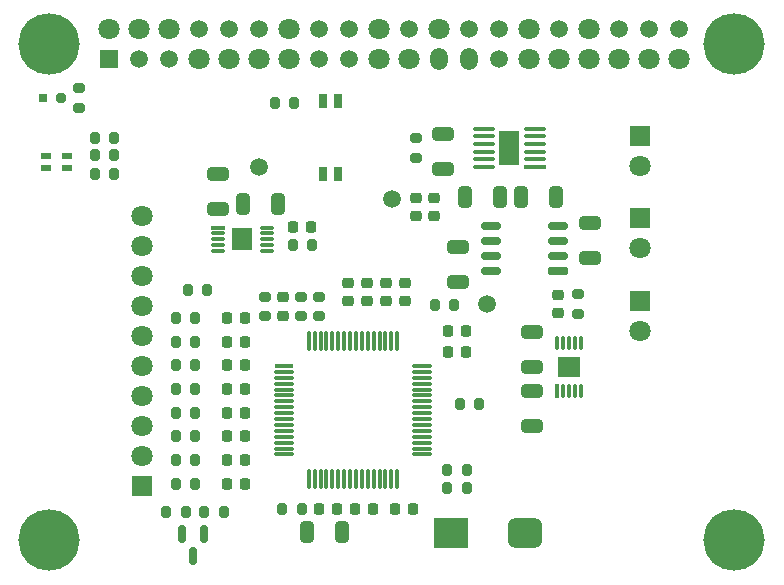
<source format=gbr>
%TF.GenerationSoftware,KiCad,Pcbnew,9.0.6*%
%TF.CreationDate,2025-12-10T21:10:52-05:00*%
%TF.ProjectId,portiloop,706f7274-696c-46f6-9f70-2e6b69636164,2.3*%
%TF.SameCoordinates,Original*%
%TF.FileFunction,Soldermask,Top*%
%TF.FilePolarity,Negative*%
%FSLAX46Y46*%
G04 Gerber Fmt 4.6, Leading zero omitted, Abs format (unit mm)*
G04 Created by KiCad (PCBNEW 9.0.6) date 2025-12-10 21:10:52*
%MOMM*%
%LPD*%
G01*
G04 APERTURE LIST*
G04 Aperture macros list*
%AMRoundRect*
0 Rectangle with rounded corners*
0 $1 Rounding radius*
0 $2 $3 $4 $5 $6 $7 $8 $9 X,Y pos of 4 corners*
0 Add a 4 corners polygon primitive as box body*
4,1,4,$2,$3,$4,$5,$6,$7,$8,$9,$2,$3,0*
0 Add four circle primitives for the rounded corners*
1,1,$1+$1,$2,$3*
1,1,$1+$1,$4,$5*
1,1,$1+$1,$6,$7*
1,1,$1+$1,$8,$9*
0 Add four rect primitives between the rounded corners*
20,1,$1+$1,$2,$3,$4,$5,0*
20,1,$1+$1,$4,$5,$6,$7,0*
20,1,$1+$1,$6,$7,$8,$9,0*
20,1,$1+$1,$8,$9,$2,$3,0*%
G04 Aperture macros list end*
%ADD10RoundRect,0.200000X0.275000X-0.200000X0.275000X0.200000X-0.275000X0.200000X-0.275000X-0.200000X0*%
%ADD11RoundRect,0.225000X-0.225000X-0.250000X0.225000X-0.250000X0.225000X0.250000X-0.225000X0.250000X0*%
%ADD12RoundRect,0.200000X-0.200000X-0.275000X0.200000X-0.275000X0.200000X0.275000X-0.200000X0.275000X0*%
%ADD13RoundRect,0.225000X0.225000X0.250000X-0.225000X0.250000X-0.225000X-0.250000X0.225000X-0.250000X0*%
%ADD14RoundRect,0.225000X0.250000X-0.225000X0.250000X0.225000X-0.250000X0.225000X-0.250000X-0.225000X0*%
%ADD15R,1.650000X0.300000*%
%ADD16RoundRect,0.049500X0.775500X-0.100500X0.775500X0.100500X-0.775500X0.100500X-0.775500X-0.100500X0*%
%ADD17RoundRect,0.049500X-0.100500X-0.775500X0.100500X-0.775500X0.100500X0.775500X-0.100500X0.775500X0*%
%ADD18C,0.600000*%
%ADD19C,5.200000*%
%ADD20RoundRect,0.250000X0.325000X0.650000X-0.325000X0.650000X-0.325000X-0.650000X0.325000X-0.650000X0*%
%ADD21C,1.500000*%
%ADD22R,1.800000X1.800000*%
%ADD23C,1.800000*%
%ADD24RoundRect,0.225000X-0.250000X0.225000X-0.250000X-0.225000X0.250000X-0.225000X0.250000X0.225000X0*%
%ADD25RoundRect,0.200000X0.200000X0.275000X-0.200000X0.275000X-0.200000X-0.275000X0.200000X-0.275000X0*%
%ADD26RoundRect,0.250000X-0.650000X0.325000X-0.650000X-0.325000X0.650000X-0.325000X0.650000X0.325000X0*%
%ADD27RoundRect,0.250000X0.650000X-0.325000X0.650000X0.325000X-0.650000X0.325000X-0.650000X-0.325000X0*%
%ADD28RoundRect,0.150000X-0.150000X0.587500X-0.150000X-0.587500X0.150000X-0.587500X0.150000X0.587500X0*%
%ADD29RoundRect,0.200000X-0.275000X0.200000X-0.275000X-0.200000X0.275000X-0.200000X0.275000X0.200000X0*%
%ADD30R,0.300000X1.240420*%
%ADD31RoundRect,0.150000X0.000010X-0.470210X0.000010X0.470210X-0.000010X0.470210X-0.000010X-0.470210X0*%
%ADD32R,1.880000X1.680000*%
%ADD33R,0.760000X1.250000*%
%ADD34RoundRect,0.250000X-0.325000X-0.650000X0.325000X-0.650000X0.325000X0.650000X-0.325000X0.650000X0*%
%ADD35R,1.840420X0.420000*%
%ADD36RoundRect,0.210000X0.710210X0.000010X-0.710210X0.000010X-0.710210X-0.000010X0.710210X-0.000010X0*%
%ADD37R,1.753000X2.947000*%
%ADD38R,2.950000X2.550000*%
%ADD39RoundRect,0.637500X0.837500X-0.637500X0.837500X0.637500X-0.837500X0.637500X-0.837500X-0.637500X0*%
%ADD40R,1.240420X0.300000*%
%ADD41RoundRect,0.150000X-0.470210X-0.000010X0.470210X-0.000010X0.470210X0.000010X-0.470210X0.000010X0*%
%ADD42R,1.680000X1.880000*%
%ADD43R,0.800000X0.800000*%
%ADD44RoundRect,0.200000X-0.200000X-0.200000X0.200000X-0.200000X0.200000X0.200000X-0.200000X0.200000X0*%
%ADD45R,0.850000X0.500000*%
%ADD46RoundRect,0.048750X-0.776250X0.276250X-0.776250X-0.276250X0.776250X-0.276250X0.776250X0.276250X0*%
%ADD47RoundRect,0.162500X-0.662500X0.162500X-0.662500X-0.162500X0.662500X-0.162500X0.662500X0.162500X0*%
%ADD48R,1.500000X1.500000*%
%ADD49O,1.500000X1.900000*%
G04 APERTURE END LIST*
D10*
%TO.C,R21*%
X95419520Y-63662510D03*
X95419520Y-62012510D03*
%TD*%
D11*
%TO.C,C16_Vcap4*%
X99969510Y-80015510D03*
X101519510Y-80015510D03*
%TD*%
D12*
%TO.C,R12*%
X84805520Y-77827510D03*
X86455520Y-77827510D03*
%TD*%
%TO.C,R30*%
X77947520Y-50043510D03*
X79597520Y-50043510D03*
%TD*%
D10*
%TO.C,R1*%
X76619510Y-46025850D03*
X76619510Y-44375850D03*
%TD*%
D13*
%TO.C,C35*%
X109392520Y-64902510D03*
X107842520Y-64902510D03*
%TD*%
D11*
%TO.C,C21*%
X89173520Y-73827510D03*
X90723520Y-73827510D03*
%TD*%
D14*
%TO.C,C6*%
X117219520Y-63391510D03*
X117219520Y-61841510D03*
%TD*%
D12*
%TO.C,R29*%
X77947520Y-51637510D03*
X79597520Y-51637510D03*
%TD*%
D15*
%TO.C,U5*%
X94001510Y-67866510D03*
D16*
X94001510Y-68366510D03*
X94001510Y-68866510D03*
X94001510Y-69366510D03*
X94001510Y-69866510D03*
X94001510Y-70366510D03*
X94001510Y-70866510D03*
X94001510Y-71366510D03*
X94001510Y-71866510D03*
X94001510Y-72366510D03*
X94001510Y-72866510D03*
X94001510Y-73366510D03*
X94001510Y-73866510D03*
X94001510Y-74366510D03*
X94001510Y-74866510D03*
X94001510Y-75366510D03*
D17*
X96076510Y-77441510D03*
X96576510Y-77441510D03*
X97076510Y-77441510D03*
X97576510Y-77441510D03*
X98076510Y-77441510D03*
X98576510Y-77441510D03*
X99076510Y-77441510D03*
X99576510Y-77441510D03*
X100076510Y-77441510D03*
X100576510Y-77441510D03*
X101076510Y-77441510D03*
X101576510Y-77441510D03*
X102076510Y-77441510D03*
X102576510Y-77441510D03*
X103076510Y-77441510D03*
X103576510Y-77441510D03*
D16*
X105651510Y-75366510D03*
X105651510Y-74866510D03*
X105651510Y-74366510D03*
X105651510Y-73866510D03*
X105651510Y-73366510D03*
X105651510Y-72866510D03*
X105651510Y-72366510D03*
X105651510Y-71866510D03*
X105651510Y-71366510D03*
X105651510Y-70866510D03*
X105651510Y-70366510D03*
X105651510Y-69866510D03*
X105651510Y-69366510D03*
X105651510Y-68866510D03*
X105651510Y-68366510D03*
X105651510Y-67866510D03*
D17*
X103576510Y-65791510D03*
X103076510Y-65791510D03*
X102576510Y-65791510D03*
X102076510Y-65791510D03*
X101576510Y-65791510D03*
X101076510Y-65791510D03*
X100576510Y-65791510D03*
X100076510Y-65791510D03*
X99576510Y-65791510D03*
X99076510Y-65791510D03*
X98576510Y-65791510D03*
X98076510Y-65791510D03*
X97576510Y-65791510D03*
X97076510Y-65791510D03*
X96576510Y-65791510D03*
X96076510Y-65791510D03*
%TD*%
D12*
%TO.C,R19*%
X84805520Y-63827510D03*
X86455520Y-63827510D03*
%TD*%
D18*
%TO.C,M2*%
X72119520Y-82637510D03*
X72705310Y-81223300D03*
X72705310Y-84051720D03*
X74119520Y-80637510D03*
D19*
X74119520Y-82637510D03*
D18*
X74119520Y-84637510D03*
X75533730Y-81223300D03*
X75533730Y-84051720D03*
X76119520Y-82637510D03*
%TD*%
D12*
%TO.C,R33*%
X85821520Y-61473510D03*
X87471520Y-61473510D03*
%TD*%
D20*
%TO.C,C10*%
X112250670Y-53528510D03*
X109300670Y-53528510D03*
%TD*%
D13*
%TO.C,C17*%
X98470520Y-80015510D03*
X96920520Y-80015510D03*
%TD*%
D21*
%TO.C,TP3*%
X91853520Y-51059510D03*
%TD*%
D13*
%TO.C,C34*%
X109392520Y-66680510D03*
X107842520Y-66680510D03*
%TD*%
D12*
%TO.C,R14*%
X84805520Y-73827510D03*
X86455520Y-73827510D03*
%TD*%
D10*
%TO.C,R3*%
X118904520Y-63441510D03*
X118904520Y-61791510D03*
%TD*%
D22*
%TO.C,JMP1-R1*%
X124097990Y-48364340D03*
D23*
X124097990Y-50904340D03*
%TD*%
D24*
%TO.C,C27*%
X93919520Y-62062510D03*
X93919520Y-63612510D03*
%TD*%
D25*
%TO.C,R9*%
X109444510Y-78237510D03*
X107794510Y-78237510D03*
%TD*%
D26*
%TO.C,C1*%
X88419510Y-51616510D03*
X88419510Y-54566510D03*
%TD*%
D25*
%TO.C,R6*%
X88876520Y-80229010D03*
X87226520Y-80229010D03*
%TD*%
D27*
%TO.C,C5*%
X114967520Y-67948510D03*
X114967520Y-64998510D03*
%TD*%
D12*
%TO.C,R27*%
X93187520Y-45598510D03*
X94837520Y-45598510D03*
%TD*%
D28*
%TO.C,Q1*%
X87251520Y-82129010D03*
X85351520Y-82129010D03*
X86301520Y-84004010D03*
%TD*%
D29*
%TO.C,R4*%
X105188520Y-48583510D03*
X105188520Y-50233510D03*
%TD*%
D21*
%TO.C,TP1*%
X103156520Y-53737510D03*
%TD*%
D27*
%TO.C,C8*%
X108744520Y-60789510D03*
X108744520Y-57839510D03*
%TD*%
D18*
%TO.C,M4*%
X72119520Y-40637510D03*
X72705310Y-39223300D03*
X72705310Y-42051720D03*
X74119520Y-38637510D03*
D19*
X74119520Y-40637510D03*
D18*
X74119520Y-42637510D03*
X75533730Y-39223300D03*
X75533730Y-42051720D03*
X76119520Y-40637510D03*
%TD*%
D12*
%TO.C,R2*%
X94711520Y-57663510D03*
X96361520Y-57663510D03*
%TD*%
%TO.C,R18*%
X84805520Y-65827510D03*
X86455520Y-65827510D03*
%TD*%
D30*
%TO.C,U2*%
X117119520Y-70010360D03*
D31*
X117619520Y-70010360D03*
X118119520Y-70010360D03*
X118619520Y-70010360D03*
X119119520Y-70010360D03*
X119119520Y-65890660D03*
X118619520Y-65890660D03*
X118119520Y-65890660D03*
X117619520Y-65890660D03*
X117119520Y-65890660D03*
D32*
X118119520Y-67950510D03*
%TD*%
D27*
%TO.C,C4*%
X114967520Y-72981510D03*
X114967520Y-70031510D03*
%TD*%
D11*
%TO.C,C26*%
X89173520Y-63827510D03*
X90723520Y-63827510D03*
%TD*%
D29*
%TO.C,R20*%
X92361520Y-62012510D03*
X92361520Y-63662510D03*
%TD*%
D11*
%TO.C,C22*%
X89173520Y-71827510D03*
X90723520Y-71827510D03*
%TD*%
D33*
%TO.C,SW1*%
X97314520Y-51594510D03*
X98584520Y-51594510D03*
X98584520Y-45444510D03*
X97314520Y-45444510D03*
%TD*%
D24*
%TO.C,C31*%
X99419510Y-60825850D03*
X99419510Y-62375850D03*
%TD*%
D12*
%TO.C,R8*%
X108876520Y-71066510D03*
X110526520Y-71066510D03*
%TD*%
D34*
%TO.C,C2*%
X90505520Y-54137510D03*
X93455520Y-54137510D03*
%TD*%
D25*
%TO.C,R22*%
X108419510Y-62700850D03*
X106769510Y-62700850D03*
%TD*%
D22*
%TO.C,JMP2-R1*%
X124097990Y-55364340D03*
D23*
X124097990Y-57904340D03*
%TD*%
D26*
%TO.C,C7*%
X119920520Y-55807510D03*
X119920520Y-58757510D03*
%TD*%
D13*
%TO.C,C14_Vcap2*%
X104947520Y-80015510D03*
X103397520Y-80015510D03*
%TD*%
D34*
%TO.C,C18*%
X95966520Y-81920510D03*
X98916520Y-81920510D03*
%TD*%
D35*
%TO.C,U4*%
X115222370Y-51033510D03*
D36*
X115222370Y-50383510D03*
X115222370Y-49733510D03*
X115222370Y-49083510D03*
X115222370Y-48433510D03*
X115222370Y-47783510D03*
X110902670Y-47783510D03*
X110902670Y-48433510D03*
X110902670Y-49083510D03*
X110902670Y-49733510D03*
X110902670Y-50383510D03*
X110902670Y-51033510D03*
D37*
X113062520Y-49408510D03*
%TD*%
D18*
%TO.C,M3*%
X130119520Y-40637510D03*
X130705310Y-39223300D03*
X130705310Y-42051720D03*
X132119520Y-38637510D03*
D19*
X132119520Y-40637510D03*
D18*
X132119520Y-42637510D03*
X133533730Y-39223300D03*
X133533730Y-42051720D03*
X134119520Y-40637510D03*
%TD*%
D11*
%TO.C,C20*%
X89173520Y-75827510D03*
X90723520Y-75827510D03*
%TD*%
%TO.C,C23*%
X89173520Y-69827510D03*
X90723520Y-69827510D03*
%TD*%
D34*
%TO.C,C9*%
X114069510Y-53528510D03*
X117019510Y-53528510D03*
%TD*%
D38*
%TO.C,C15_Vcap1*%
X108159520Y-82037510D03*
D39*
X114409520Y-82037510D03*
%TD*%
D12*
%TO.C,R16*%
X84805520Y-69827510D03*
X86455520Y-69827510D03*
%TD*%
D40*
%TO.C,U1*%
X88396670Y-56155510D03*
D41*
X88396670Y-56655510D03*
X88396670Y-57155510D03*
X88396670Y-57655510D03*
X88396670Y-58155510D03*
X92516370Y-58155510D03*
X92516370Y-57655510D03*
X92516370Y-57155510D03*
X92516370Y-56655510D03*
X92516370Y-56155510D03*
D42*
X90456520Y-57155510D03*
%TD*%
D12*
%TO.C,R31*%
X77947520Y-48537510D03*
X79597520Y-48537510D03*
%TD*%
D27*
%TO.C,C11*%
X107474520Y-51184510D03*
X107474520Y-48234510D03*
%TD*%
D10*
%TO.C,R32*%
X96933520Y-63662510D03*
X96933520Y-62012510D03*
%TD*%
D24*
%TO.C,C32*%
X105119520Y-53667580D03*
X105119520Y-55217580D03*
%TD*%
D11*
%TO.C,C19*%
X89173520Y-77827510D03*
X90723520Y-77827510D03*
%TD*%
D25*
%TO.C,R10*%
X109444510Y-76713510D03*
X107794510Y-76713510D03*
%TD*%
D18*
%TO.C,M1*%
X130119520Y-82637510D03*
X130705310Y-81223300D03*
X130705310Y-84051720D03*
X132119520Y-80637510D03*
D19*
X132119520Y-82637510D03*
D18*
X132119520Y-84637510D03*
X133533730Y-81223300D03*
X133533730Y-84051720D03*
X134119520Y-82637510D03*
%TD*%
D13*
%TO.C,C3*%
X96311520Y-56139510D03*
X94761520Y-56139510D03*
%TD*%
D43*
%TO.C,D1*%
X73577520Y-45217510D03*
D44*
X75077520Y-45217510D03*
%TD*%
D12*
%TO.C,R17*%
X84805520Y-67827510D03*
X86455520Y-67827510D03*
%TD*%
D25*
%TO.C,R5*%
X85651520Y-80229010D03*
X84001520Y-80229010D03*
%TD*%
D12*
%TO.C,R15*%
X84805520Y-71827510D03*
X86455520Y-71827510D03*
%TD*%
D24*
%TO.C,C28*%
X102648520Y-60825510D03*
X102648520Y-62375510D03*
%TD*%
D11*
%TO.C,C25*%
X89173520Y-65827510D03*
X90723520Y-65827510D03*
%TD*%
D12*
%TO.C,R13*%
X84805520Y-75827510D03*
X86455520Y-75827510D03*
%TD*%
D24*
%TO.C,C33*%
X106712510Y-53648510D03*
X106712510Y-55198510D03*
%TD*%
D45*
%TO.C,D2*%
X73819520Y-50137510D03*
X75569520Y-50137510D03*
X75569520Y-51137510D03*
X73819520Y-51137510D03*
%TD*%
D22*
%TO.C,JMP3-R1*%
X124097990Y-62364340D03*
D23*
X124097990Y-64904340D03*
%TD*%
D22*
%TO.C,J2-R1*%
X81937990Y-78064340D03*
D23*
X81937990Y-75524340D03*
X81937990Y-72984340D03*
X81937990Y-70444340D03*
X81937990Y-67904340D03*
X81937990Y-65364340D03*
X81937990Y-62824340D03*
X81937990Y-60284340D03*
X81937990Y-57744340D03*
X81937990Y-55204340D03*
%TD*%
D24*
%TO.C,C29*%
X104219520Y-60825510D03*
X104219520Y-62375510D03*
%TD*%
D21*
%TO.C,TP2*%
X111157520Y-62616510D03*
%TD*%
D11*
%TO.C,C24*%
X89173520Y-67827510D03*
X90723520Y-67827510D03*
%TD*%
D46*
%TO.C,U3*%
X117157520Y-59822510D03*
D47*
X117157520Y-58552510D03*
X117157520Y-57282510D03*
X117157520Y-56012510D03*
X111507520Y-56012510D03*
X111507520Y-57282510D03*
X111507520Y-58552510D03*
X111507520Y-59822510D03*
%TD*%
D24*
%TO.C,C30*%
X101019510Y-60835400D03*
X101019510Y-62385400D03*
%TD*%
D12*
%TO.C,R23*%
X93822520Y-80015510D03*
X95472520Y-80015510D03*
%TD*%
D48*
%TO.C,J1-A1*%
X79151030Y-41862550D03*
D23*
X79151030Y-39322550D03*
D21*
X81691030Y-41862550D03*
D23*
X81691030Y-39322550D03*
D21*
X84231030Y-41862550D03*
D23*
X84231030Y-39322550D03*
X86771030Y-41862550D03*
D21*
X86771030Y-39322550D03*
D23*
X89311030Y-41862550D03*
D21*
X89311030Y-39322550D03*
D23*
X91851030Y-41862550D03*
D21*
X91851030Y-39322550D03*
D23*
X94391030Y-41862550D03*
X94391030Y-39322550D03*
D21*
X96931030Y-41862550D03*
X96931030Y-39322550D03*
X99471030Y-41862550D03*
X99471030Y-39322550D03*
D23*
X102011030Y-41862550D03*
X102011030Y-39322550D03*
X104551030Y-41862550D03*
D21*
X104551030Y-39322550D03*
D49*
X107091030Y-41862550D03*
D23*
X107091030Y-39322550D03*
D49*
X109631030Y-41862550D03*
D21*
X109631030Y-39322550D03*
X112171030Y-41862550D03*
X112171030Y-39322550D03*
D23*
X114711030Y-41862550D03*
X114711030Y-39322550D03*
X117251030Y-41862550D03*
D21*
X117251030Y-39322550D03*
D23*
X119791030Y-41862550D03*
X119791030Y-39322550D03*
X122331030Y-41862550D03*
D21*
X122331030Y-39322550D03*
D23*
X124871030Y-41862550D03*
D21*
X124871030Y-39322550D03*
D23*
X127411030Y-41862550D03*
D21*
X127411030Y-39322550D03*
%TD*%
M02*

</source>
